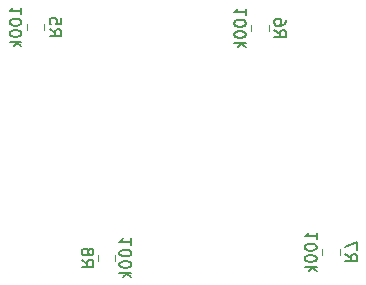
<source format=gbr>
%TF.GenerationSoftware,KiCad,Pcbnew,8.0.5*%
%TF.CreationDate,2024-10-02T10:46:17-05:00*%
%TF.ProjectId,FanBoardPCB,46616e42-6f61-4726-9450-43422e6b6963,rev?*%
%TF.SameCoordinates,Original*%
%TF.FileFunction,Legend,Bot*%
%TF.FilePolarity,Positive*%
%FSLAX46Y46*%
G04 Gerber Fmt 4.6, Leading zero omitted, Abs format (unit mm)*
G04 Created by KiCad (PCBNEW 8.0.5) date 2024-10-02 10:46:17*
%MOMM*%
%LPD*%
G01*
G04 APERTURE LIST*
%ADD10C,0.153000*%
%ADD11C,0.120000*%
G04 APERTURE END LIST*
D10*
X176695336Y-49166666D02*
X177171527Y-49499999D01*
X176695336Y-49738094D02*
X177695336Y-49738094D01*
X177695336Y-49738094D02*
X177695336Y-49357142D01*
X177695336Y-49357142D02*
X177647717Y-49261904D01*
X177647717Y-49261904D02*
X177600098Y-49214285D01*
X177600098Y-49214285D02*
X177504860Y-49166666D01*
X177504860Y-49166666D02*
X177362003Y-49166666D01*
X177362003Y-49166666D02*
X177266765Y-49214285D01*
X177266765Y-49214285D02*
X177219146Y-49261904D01*
X177219146Y-49261904D02*
X177171527Y-49357142D01*
X177171527Y-49357142D02*
X177171527Y-49738094D01*
X177695336Y-48309523D02*
X177695336Y-48499999D01*
X177695336Y-48499999D02*
X177647717Y-48595237D01*
X177647717Y-48595237D02*
X177600098Y-48642856D01*
X177600098Y-48642856D02*
X177457241Y-48738094D01*
X177457241Y-48738094D02*
X177266765Y-48785713D01*
X177266765Y-48785713D02*
X176885813Y-48785713D01*
X176885813Y-48785713D02*
X176790575Y-48738094D01*
X176790575Y-48738094D02*
X176742956Y-48690475D01*
X176742956Y-48690475D02*
X176695336Y-48595237D01*
X176695336Y-48595237D02*
X176695336Y-48404761D01*
X176695336Y-48404761D02*
X176742956Y-48309523D01*
X176742956Y-48309523D02*
X176790575Y-48261904D01*
X176790575Y-48261904D02*
X176885813Y-48214285D01*
X176885813Y-48214285D02*
X177123908Y-48214285D01*
X177123908Y-48214285D02*
X177219146Y-48261904D01*
X177219146Y-48261904D02*
X177266765Y-48309523D01*
X177266765Y-48309523D02*
X177314384Y-48404761D01*
X177314384Y-48404761D02*
X177314384Y-48595237D01*
X177314384Y-48595237D02*
X177266765Y-48690475D01*
X177266765Y-48690475D02*
X177219146Y-48738094D01*
X177219146Y-48738094D02*
X177123908Y-48785713D01*
X174304663Y-47928571D02*
X174304663Y-47357143D01*
X174304663Y-47642857D02*
X173304663Y-47642857D01*
X173304663Y-47642857D02*
X173447520Y-47547619D01*
X173447520Y-47547619D02*
X173542758Y-47452381D01*
X173542758Y-47452381D02*
X173590377Y-47357143D01*
X173304663Y-48547619D02*
X173304663Y-48642857D01*
X173304663Y-48642857D02*
X173352282Y-48738095D01*
X173352282Y-48738095D02*
X173399901Y-48785714D01*
X173399901Y-48785714D02*
X173495139Y-48833333D01*
X173495139Y-48833333D02*
X173685615Y-48880952D01*
X173685615Y-48880952D02*
X173923710Y-48880952D01*
X173923710Y-48880952D02*
X174114186Y-48833333D01*
X174114186Y-48833333D02*
X174209424Y-48785714D01*
X174209424Y-48785714D02*
X174257044Y-48738095D01*
X174257044Y-48738095D02*
X174304663Y-48642857D01*
X174304663Y-48642857D02*
X174304663Y-48547619D01*
X174304663Y-48547619D02*
X174257044Y-48452381D01*
X174257044Y-48452381D02*
X174209424Y-48404762D01*
X174209424Y-48404762D02*
X174114186Y-48357143D01*
X174114186Y-48357143D02*
X173923710Y-48309524D01*
X173923710Y-48309524D02*
X173685615Y-48309524D01*
X173685615Y-48309524D02*
X173495139Y-48357143D01*
X173495139Y-48357143D02*
X173399901Y-48404762D01*
X173399901Y-48404762D02*
X173352282Y-48452381D01*
X173352282Y-48452381D02*
X173304663Y-48547619D01*
X173304663Y-49500000D02*
X173304663Y-49595238D01*
X173304663Y-49595238D02*
X173352282Y-49690476D01*
X173352282Y-49690476D02*
X173399901Y-49738095D01*
X173399901Y-49738095D02*
X173495139Y-49785714D01*
X173495139Y-49785714D02*
X173685615Y-49833333D01*
X173685615Y-49833333D02*
X173923710Y-49833333D01*
X173923710Y-49833333D02*
X174114186Y-49785714D01*
X174114186Y-49785714D02*
X174209424Y-49738095D01*
X174209424Y-49738095D02*
X174257044Y-49690476D01*
X174257044Y-49690476D02*
X174304663Y-49595238D01*
X174304663Y-49595238D02*
X174304663Y-49500000D01*
X174304663Y-49500000D02*
X174257044Y-49404762D01*
X174257044Y-49404762D02*
X174209424Y-49357143D01*
X174209424Y-49357143D02*
X174114186Y-49309524D01*
X174114186Y-49309524D02*
X173923710Y-49261905D01*
X173923710Y-49261905D02*
X173685615Y-49261905D01*
X173685615Y-49261905D02*
X173495139Y-49309524D01*
X173495139Y-49309524D02*
X173399901Y-49357143D01*
X173399901Y-49357143D02*
X173352282Y-49404762D01*
X173352282Y-49404762D02*
X173304663Y-49500000D01*
X174304663Y-50261905D02*
X173304663Y-50261905D01*
X173923710Y-50357143D02*
X174304663Y-50642857D01*
X173637996Y-50642857D02*
X174018948Y-50261905D01*
X157695336Y-49079166D02*
X158171527Y-49412499D01*
X157695336Y-49650594D02*
X158695336Y-49650594D01*
X158695336Y-49650594D02*
X158695336Y-49269642D01*
X158695336Y-49269642D02*
X158647717Y-49174404D01*
X158647717Y-49174404D02*
X158600098Y-49126785D01*
X158600098Y-49126785D02*
X158504860Y-49079166D01*
X158504860Y-49079166D02*
X158362003Y-49079166D01*
X158362003Y-49079166D02*
X158266765Y-49126785D01*
X158266765Y-49126785D02*
X158219146Y-49174404D01*
X158219146Y-49174404D02*
X158171527Y-49269642D01*
X158171527Y-49269642D02*
X158171527Y-49650594D01*
X158695336Y-48174404D02*
X158695336Y-48650594D01*
X158695336Y-48650594D02*
X158219146Y-48698213D01*
X158219146Y-48698213D02*
X158266765Y-48650594D01*
X158266765Y-48650594D02*
X158314384Y-48555356D01*
X158314384Y-48555356D02*
X158314384Y-48317261D01*
X158314384Y-48317261D02*
X158266765Y-48222023D01*
X158266765Y-48222023D02*
X158219146Y-48174404D01*
X158219146Y-48174404D02*
X158123908Y-48126785D01*
X158123908Y-48126785D02*
X157885813Y-48126785D01*
X157885813Y-48126785D02*
X157790575Y-48174404D01*
X157790575Y-48174404D02*
X157742956Y-48222023D01*
X157742956Y-48222023D02*
X157695336Y-48317261D01*
X157695336Y-48317261D02*
X157695336Y-48555356D01*
X157695336Y-48555356D02*
X157742956Y-48650594D01*
X157742956Y-48650594D02*
X157790575Y-48698213D01*
X155304663Y-47841071D02*
X155304663Y-47269643D01*
X155304663Y-47555357D02*
X154304663Y-47555357D01*
X154304663Y-47555357D02*
X154447520Y-47460119D01*
X154447520Y-47460119D02*
X154542758Y-47364881D01*
X154542758Y-47364881D02*
X154590377Y-47269643D01*
X154304663Y-48460119D02*
X154304663Y-48555357D01*
X154304663Y-48555357D02*
X154352282Y-48650595D01*
X154352282Y-48650595D02*
X154399901Y-48698214D01*
X154399901Y-48698214D02*
X154495139Y-48745833D01*
X154495139Y-48745833D02*
X154685615Y-48793452D01*
X154685615Y-48793452D02*
X154923710Y-48793452D01*
X154923710Y-48793452D02*
X155114186Y-48745833D01*
X155114186Y-48745833D02*
X155209424Y-48698214D01*
X155209424Y-48698214D02*
X155257044Y-48650595D01*
X155257044Y-48650595D02*
X155304663Y-48555357D01*
X155304663Y-48555357D02*
X155304663Y-48460119D01*
X155304663Y-48460119D02*
X155257044Y-48364881D01*
X155257044Y-48364881D02*
X155209424Y-48317262D01*
X155209424Y-48317262D02*
X155114186Y-48269643D01*
X155114186Y-48269643D02*
X154923710Y-48222024D01*
X154923710Y-48222024D02*
X154685615Y-48222024D01*
X154685615Y-48222024D02*
X154495139Y-48269643D01*
X154495139Y-48269643D02*
X154399901Y-48317262D01*
X154399901Y-48317262D02*
X154352282Y-48364881D01*
X154352282Y-48364881D02*
X154304663Y-48460119D01*
X154304663Y-49412500D02*
X154304663Y-49507738D01*
X154304663Y-49507738D02*
X154352282Y-49602976D01*
X154352282Y-49602976D02*
X154399901Y-49650595D01*
X154399901Y-49650595D02*
X154495139Y-49698214D01*
X154495139Y-49698214D02*
X154685615Y-49745833D01*
X154685615Y-49745833D02*
X154923710Y-49745833D01*
X154923710Y-49745833D02*
X155114186Y-49698214D01*
X155114186Y-49698214D02*
X155209424Y-49650595D01*
X155209424Y-49650595D02*
X155257044Y-49602976D01*
X155257044Y-49602976D02*
X155304663Y-49507738D01*
X155304663Y-49507738D02*
X155304663Y-49412500D01*
X155304663Y-49412500D02*
X155257044Y-49317262D01*
X155257044Y-49317262D02*
X155209424Y-49269643D01*
X155209424Y-49269643D02*
X155114186Y-49222024D01*
X155114186Y-49222024D02*
X154923710Y-49174405D01*
X154923710Y-49174405D02*
X154685615Y-49174405D01*
X154685615Y-49174405D02*
X154495139Y-49222024D01*
X154495139Y-49222024D02*
X154399901Y-49269643D01*
X154399901Y-49269643D02*
X154352282Y-49317262D01*
X154352282Y-49317262D02*
X154304663Y-49412500D01*
X155304663Y-50174405D02*
X154304663Y-50174405D01*
X154923710Y-50269643D02*
X155304663Y-50555357D01*
X154637996Y-50555357D02*
X155018948Y-50174405D01*
X182695336Y-68126666D02*
X183171527Y-68459999D01*
X182695336Y-68698094D02*
X183695336Y-68698094D01*
X183695336Y-68698094D02*
X183695336Y-68317142D01*
X183695336Y-68317142D02*
X183647717Y-68221904D01*
X183647717Y-68221904D02*
X183600098Y-68174285D01*
X183600098Y-68174285D02*
X183504860Y-68126666D01*
X183504860Y-68126666D02*
X183362003Y-68126666D01*
X183362003Y-68126666D02*
X183266765Y-68174285D01*
X183266765Y-68174285D02*
X183219146Y-68221904D01*
X183219146Y-68221904D02*
X183171527Y-68317142D01*
X183171527Y-68317142D02*
X183171527Y-68698094D01*
X183695336Y-67793332D02*
X183695336Y-67126666D01*
X183695336Y-67126666D02*
X182695336Y-67555237D01*
X180304663Y-66888571D02*
X180304663Y-66317143D01*
X180304663Y-66602857D02*
X179304663Y-66602857D01*
X179304663Y-66602857D02*
X179447520Y-66507619D01*
X179447520Y-66507619D02*
X179542758Y-66412381D01*
X179542758Y-66412381D02*
X179590377Y-66317143D01*
X179304663Y-67507619D02*
X179304663Y-67602857D01*
X179304663Y-67602857D02*
X179352282Y-67698095D01*
X179352282Y-67698095D02*
X179399901Y-67745714D01*
X179399901Y-67745714D02*
X179495139Y-67793333D01*
X179495139Y-67793333D02*
X179685615Y-67840952D01*
X179685615Y-67840952D02*
X179923710Y-67840952D01*
X179923710Y-67840952D02*
X180114186Y-67793333D01*
X180114186Y-67793333D02*
X180209424Y-67745714D01*
X180209424Y-67745714D02*
X180257044Y-67698095D01*
X180257044Y-67698095D02*
X180304663Y-67602857D01*
X180304663Y-67602857D02*
X180304663Y-67507619D01*
X180304663Y-67507619D02*
X180257044Y-67412381D01*
X180257044Y-67412381D02*
X180209424Y-67364762D01*
X180209424Y-67364762D02*
X180114186Y-67317143D01*
X180114186Y-67317143D02*
X179923710Y-67269524D01*
X179923710Y-67269524D02*
X179685615Y-67269524D01*
X179685615Y-67269524D02*
X179495139Y-67317143D01*
X179495139Y-67317143D02*
X179399901Y-67364762D01*
X179399901Y-67364762D02*
X179352282Y-67412381D01*
X179352282Y-67412381D02*
X179304663Y-67507619D01*
X179304663Y-68460000D02*
X179304663Y-68555238D01*
X179304663Y-68555238D02*
X179352282Y-68650476D01*
X179352282Y-68650476D02*
X179399901Y-68698095D01*
X179399901Y-68698095D02*
X179495139Y-68745714D01*
X179495139Y-68745714D02*
X179685615Y-68793333D01*
X179685615Y-68793333D02*
X179923710Y-68793333D01*
X179923710Y-68793333D02*
X180114186Y-68745714D01*
X180114186Y-68745714D02*
X180209424Y-68698095D01*
X180209424Y-68698095D02*
X180257044Y-68650476D01*
X180257044Y-68650476D02*
X180304663Y-68555238D01*
X180304663Y-68555238D02*
X180304663Y-68460000D01*
X180304663Y-68460000D02*
X180257044Y-68364762D01*
X180257044Y-68364762D02*
X180209424Y-68317143D01*
X180209424Y-68317143D02*
X180114186Y-68269524D01*
X180114186Y-68269524D02*
X179923710Y-68221905D01*
X179923710Y-68221905D02*
X179685615Y-68221905D01*
X179685615Y-68221905D02*
X179495139Y-68269524D01*
X179495139Y-68269524D02*
X179399901Y-68317143D01*
X179399901Y-68317143D02*
X179352282Y-68364762D01*
X179352282Y-68364762D02*
X179304663Y-68460000D01*
X180304663Y-69221905D02*
X179304663Y-69221905D01*
X179923710Y-69317143D02*
X180304663Y-69602857D01*
X179637996Y-69602857D02*
X180018948Y-69221905D01*
X160395336Y-68626666D02*
X160871527Y-68959999D01*
X160395336Y-69198094D02*
X161395336Y-69198094D01*
X161395336Y-69198094D02*
X161395336Y-68817142D01*
X161395336Y-68817142D02*
X161347717Y-68721904D01*
X161347717Y-68721904D02*
X161300098Y-68674285D01*
X161300098Y-68674285D02*
X161204860Y-68626666D01*
X161204860Y-68626666D02*
X161062003Y-68626666D01*
X161062003Y-68626666D02*
X160966765Y-68674285D01*
X160966765Y-68674285D02*
X160919146Y-68721904D01*
X160919146Y-68721904D02*
X160871527Y-68817142D01*
X160871527Y-68817142D02*
X160871527Y-69198094D01*
X160966765Y-68055237D02*
X161014384Y-68150475D01*
X161014384Y-68150475D02*
X161062003Y-68198094D01*
X161062003Y-68198094D02*
X161157241Y-68245713D01*
X161157241Y-68245713D02*
X161204860Y-68245713D01*
X161204860Y-68245713D02*
X161300098Y-68198094D01*
X161300098Y-68198094D02*
X161347717Y-68150475D01*
X161347717Y-68150475D02*
X161395336Y-68055237D01*
X161395336Y-68055237D02*
X161395336Y-67864761D01*
X161395336Y-67864761D02*
X161347717Y-67769523D01*
X161347717Y-67769523D02*
X161300098Y-67721904D01*
X161300098Y-67721904D02*
X161204860Y-67674285D01*
X161204860Y-67674285D02*
X161157241Y-67674285D01*
X161157241Y-67674285D02*
X161062003Y-67721904D01*
X161062003Y-67721904D02*
X161014384Y-67769523D01*
X161014384Y-67769523D02*
X160966765Y-67864761D01*
X160966765Y-67864761D02*
X160966765Y-68055237D01*
X160966765Y-68055237D02*
X160919146Y-68150475D01*
X160919146Y-68150475D02*
X160871527Y-68198094D01*
X160871527Y-68198094D02*
X160776289Y-68245713D01*
X160776289Y-68245713D02*
X160585813Y-68245713D01*
X160585813Y-68245713D02*
X160490575Y-68198094D01*
X160490575Y-68198094D02*
X160442956Y-68150475D01*
X160442956Y-68150475D02*
X160395336Y-68055237D01*
X160395336Y-68055237D02*
X160395336Y-67864761D01*
X160395336Y-67864761D02*
X160442956Y-67769523D01*
X160442956Y-67769523D02*
X160490575Y-67721904D01*
X160490575Y-67721904D02*
X160585813Y-67674285D01*
X160585813Y-67674285D02*
X160776289Y-67674285D01*
X160776289Y-67674285D02*
X160871527Y-67721904D01*
X160871527Y-67721904D02*
X160919146Y-67769523D01*
X160919146Y-67769523D02*
X160966765Y-67864761D01*
X164604663Y-67388571D02*
X164604663Y-66817143D01*
X164604663Y-67102857D02*
X163604663Y-67102857D01*
X163604663Y-67102857D02*
X163747520Y-67007619D01*
X163747520Y-67007619D02*
X163842758Y-66912381D01*
X163842758Y-66912381D02*
X163890377Y-66817143D01*
X163604663Y-68007619D02*
X163604663Y-68102857D01*
X163604663Y-68102857D02*
X163652282Y-68198095D01*
X163652282Y-68198095D02*
X163699901Y-68245714D01*
X163699901Y-68245714D02*
X163795139Y-68293333D01*
X163795139Y-68293333D02*
X163985615Y-68340952D01*
X163985615Y-68340952D02*
X164223710Y-68340952D01*
X164223710Y-68340952D02*
X164414186Y-68293333D01*
X164414186Y-68293333D02*
X164509424Y-68245714D01*
X164509424Y-68245714D02*
X164557044Y-68198095D01*
X164557044Y-68198095D02*
X164604663Y-68102857D01*
X164604663Y-68102857D02*
X164604663Y-68007619D01*
X164604663Y-68007619D02*
X164557044Y-67912381D01*
X164557044Y-67912381D02*
X164509424Y-67864762D01*
X164509424Y-67864762D02*
X164414186Y-67817143D01*
X164414186Y-67817143D02*
X164223710Y-67769524D01*
X164223710Y-67769524D02*
X163985615Y-67769524D01*
X163985615Y-67769524D02*
X163795139Y-67817143D01*
X163795139Y-67817143D02*
X163699901Y-67864762D01*
X163699901Y-67864762D02*
X163652282Y-67912381D01*
X163652282Y-67912381D02*
X163604663Y-68007619D01*
X163604663Y-68960000D02*
X163604663Y-69055238D01*
X163604663Y-69055238D02*
X163652282Y-69150476D01*
X163652282Y-69150476D02*
X163699901Y-69198095D01*
X163699901Y-69198095D02*
X163795139Y-69245714D01*
X163795139Y-69245714D02*
X163985615Y-69293333D01*
X163985615Y-69293333D02*
X164223710Y-69293333D01*
X164223710Y-69293333D02*
X164414186Y-69245714D01*
X164414186Y-69245714D02*
X164509424Y-69198095D01*
X164509424Y-69198095D02*
X164557044Y-69150476D01*
X164557044Y-69150476D02*
X164604663Y-69055238D01*
X164604663Y-69055238D02*
X164604663Y-68960000D01*
X164604663Y-68960000D02*
X164557044Y-68864762D01*
X164557044Y-68864762D02*
X164509424Y-68817143D01*
X164509424Y-68817143D02*
X164414186Y-68769524D01*
X164414186Y-68769524D02*
X164223710Y-68721905D01*
X164223710Y-68721905D02*
X163985615Y-68721905D01*
X163985615Y-68721905D02*
X163795139Y-68769524D01*
X163795139Y-68769524D02*
X163699901Y-68817143D01*
X163699901Y-68817143D02*
X163652282Y-68864762D01*
X163652282Y-68864762D02*
X163604663Y-68960000D01*
X164604663Y-69721905D02*
X163604663Y-69721905D01*
X164223710Y-69817143D02*
X164604663Y-70102857D01*
X163937996Y-70102857D02*
X164318948Y-69721905D01*
D11*
%TO.C,R6*%
X176235000Y-48772936D02*
X176235000Y-49227064D01*
X174765000Y-48772936D02*
X174765000Y-49227064D01*
%TO.C,R5*%
X155765000Y-48685436D02*
X155765000Y-49139564D01*
X157235000Y-48685436D02*
X157235000Y-49139564D01*
%TO.C,R7*%
X180765000Y-67732936D02*
X180765000Y-68187064D01*
X182235000Y-67732936D02*
X182235000Y-68187064D01*
%TO.C,R8*%
X163235000Y-68687064D02*
X163235000Y-68232936D01*
X161765000Y-68687064D02*
X161765000Y-68232936D01*
%TD*%
M02*

</source>
